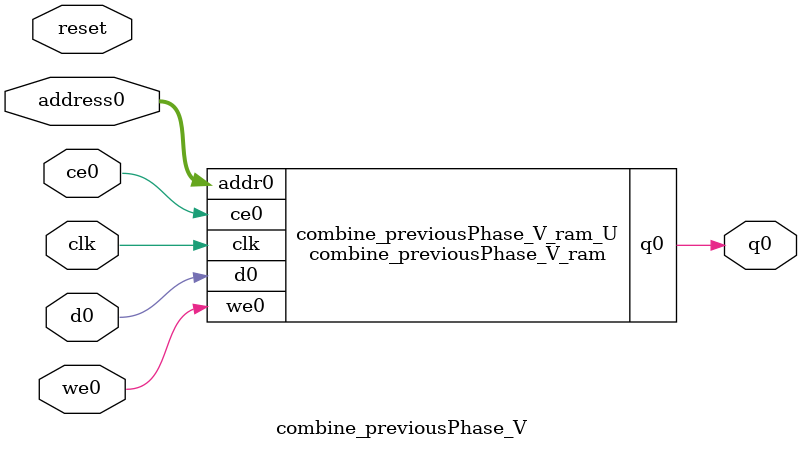
<source format=v>

`timescale 1 ns / 1 ps
module combine_previousPhase_V_ram (addr0, ce0, d0, we0, q0,  clk);

parameter DWIDTH = 1;
parameter AWIDTH = 10;
parameter MEM_SIZE = 1024;

input[AWIDTH-1:0] addr0;
input ce0;
input[DWIDTH-1:0] d0;
input we0;
output reg[DWIDTH-1:0] q0;
input clk;

(* ram_style = "block" *)reg [DWIDTH-1:0] ram[MEM_SIZE-1:0];




always @(posedge clk)  
begin 
    if (ce0) 
    begin
        if (we0) 
        begin 
            ram[addr0] <= d0; 
            q0 <= d0;
        end 
        else 
            q0 <= ram[addr0];
    end
end


endmodule


`timescale 1 ns / 1 ps
module combine_previousPhase_V(
    reset,
    clk,
    address0,
    ce0,
    we0,
    d0,
    q0);

parameter DataWidth = 32'd1;
parameter AddressRange = 32'd1024;
parameter AddressWidth = 32'd10;
input reset;
input clk;
input[AddressWidth - 1:0] address0;
input ce0;
input we0;
input[DataWidth - 1:0] d0;
output[DataWidth - 1:0] q0;




combine_previousPhase_V_ram combine_previousPhase_V_ram_U(
    .clk( clk ),
    .addr0( address0 ),
    .ce0( ce0 ),
    .d0( d0 ),
    .we0( we0 ),
    .q0( q0 ));

endmodule


</source>
